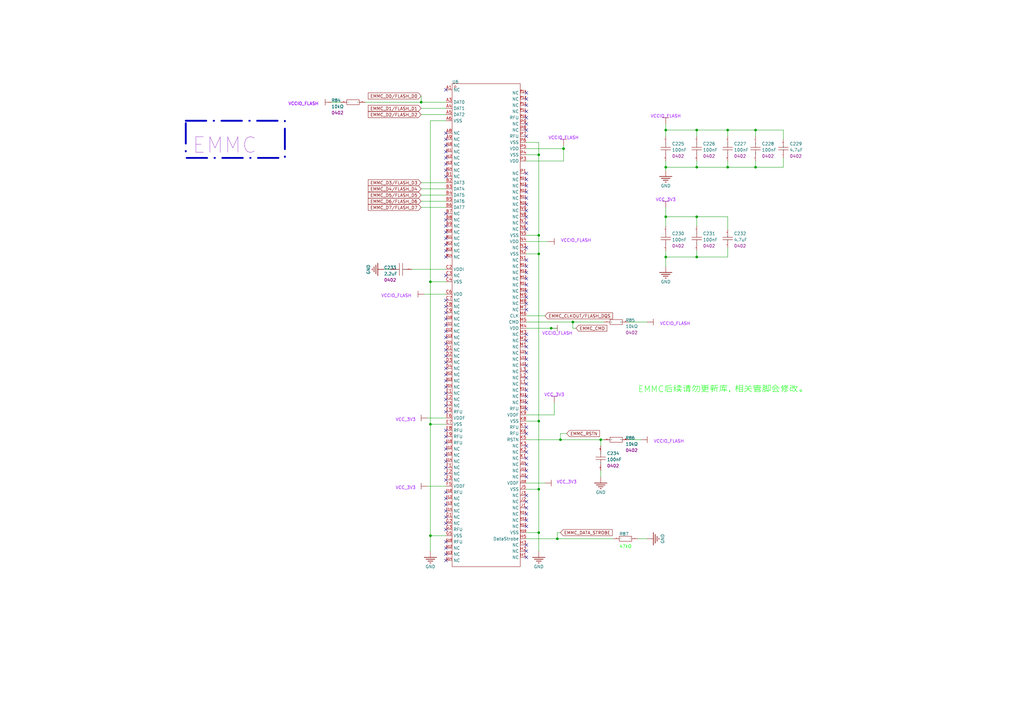
<source format=kicad_sch>
(kicad_sch (version 20250114) (generator "eeschema") (generator_version "9.0")
  (paper "A3")
  (lib_symbols
    (symbol "LCSC Taish-easyedapro:0402WGF4702TCE"
      (property "Reference" "R" (at 0 0 0))
      (symbol "0402WGF4702TCE_1_0"
        (rectangle (start -2.54 -1.016) (end 2.54 1.016))
        (pin input line (at -5.08 0 0) (length 2.54) (name "1") (number "1"))
        (pin input line (at 5.08 0 180) (length 2.54) (name "2") (number "2"))
      )
    )
    (symbol "LCSC Taish-easyedapro:CL03A104KO3NNNC"
      (property "Reference" "C" (at 0 0 0))
      (symbol "CL03A104KO3NNNC_1_0"
        (polyline (pts (xy -2.032 0.508) (xy 2.032 0.508)))
        (polyline (pts (xy 0 2.54) (xy 0 0.508)))
        (polyline (pts (xy 0 -0.508) (xy 0 -2.54)))
        (polyline (pts (xy 2.032 -0.508) (xy -2.032 -0.508)))
        (pin input line (at 0 5.08 270) (length 2.54) (name "2") (number "2"))
        (pin input line (at 0 -5.08 90) (length 2.54) (name "1") (number "1"))
      )
    )
    (symbol "LCSC Taish-easyedapro:CL05A225MQ5NSNC"
      (property "Reference" "C" (at 0 0 0))
      (symbol "CL05A225MQ5NSNC_1_0"
        (polyline (pts (xy -1.27 0) (xy -2.54 0)))
        (polyline (pts (xy -1.27 -2.54) (xy -1.27 2.54)))
        (polyline (pts (xy 0 2.54) (xy 0 -2.54)))
        (polyline (pts (xy 0 0) (xy 1.27 0)))
        (pin input line (at -5.08 0 0) (length 2.54) (name "1") (number "1"))
        (pin input line (at 3.81 0 180) (length 2.54) (name "2") (number "2"))
      )
    )
    (symbol "LCSC Taish-easyedapro:CL10A475KO8NNNC"
      (property "Reference" "C" (at 0 0 0))
      (symbol "CL10A475KO8NNNC_1_0"
        (polyline (pts (xy -1.27 0) (xy -0.508 0)))
        (polyline (pts (xy -0.508 2.032) (xy -0.508 -2.032)))
        (polyline (pts (xy 0.508 2.032) (xy 0.508 -2.032)))
        (polyline (pts (xy 0.508 0) (xy 1.27 0)))
        (pin input line (at -3.81 0 0) (length 2.54) (name "1") (number "1"))
        (pin input line (at 3.81 0 180) (length 2.54) (name "2") (number "2"))
      )
    )
    (symbol "LCSC Taish-easyedapro:CRCW040210K0FKED"
      (property "Reference" "R" (at 0 0 0))
      (symbol "CRCW040210K0FKED_1_0"
        (rectangle (start -2.54 -1.016) (end 2.54 1.016))
        (pin input line (at -5.08 0 0) (length 2.54) (name "1") (number "1"))
        (pin input line (at 5.08 0 180) (length 2.54) (name "2") (number "2"))
      )
    )
    (symbol "LCSC Taish-easyedapro:Ground-GND" (power) (pin_numbers (hide yes)) (pin_names (hide yes))
      (symbol "Ground-GND_1_0"
        (polyline (pts (xy -2.54 -2.54) (xy 2.54 -2.54)) (stroke (width 0.254)))
        (polyline (pts (xy -1.778 -3.302) (xy 1.778 -3.302)) (stroke (width 0.254)))
        (polyline (pts (xy -1.016 -4.064) (xy 1.016 -4.064)) (stroke (width 0.254)))
        (polyline (pts (xy -0.254 -4.826) (xy 0.254 -4.826)) (stroke (width 0.254)))
        (pin power_in line (at 0 0 270) (length 2.54) (name "GND") (number "1"))
      )
    )
    (symbol "LCSC Taish-easyedapro:KLMAG1JETD-B041"
      (symbol "KLMAG1JETD-B041_1_0"
        (rectangle (start -13.97 -99.06) (end 13.97 99.06))
        (circle (center -12.7 97.79) (radius 0.381))
        (pin input line (at -16.51 96.52 0) (length 2.54) (name "NC") (number "A1"))
        (pin input line (at -16.51 91.44 0) (length 2.54) (name "DAT0") (number "A3"))
        (pin input line (at -16.51 88.9 0) (length 2.54) (name "DAT1") (number "A4"))
        (pin input line (at -16.51 86.36 0) (length 2.54) (name "DAT2") (number "A5"))
        (pin input line (at -16.51 83.82 0) (length 2.54) (name "VSS") (number "A6"))
        (pin input line (at -16.51 78.74 0) (length 2.54) (name "NC") (number "A8"))
        (pin input line (at -16.51 76.2 0) (length 2.54) (name "NC") (number "A9"))
        (pin input line (at -16.51 73.66 0) (length 2.54) (name "NC") (number "A10"))
        (pin input line (at -16.51 71.12 0) (length 2.54) (name "NC") (number "A11"))
        (pin input line (at -16.51 68.58 0) (length 2.54) (name "NC") (number "A12"))
        (pin input line (at -16.51 66.04 0) (length 2.54) (name "NC") (number "A13"))
        (pin input line (at -16.51 63.5 0) (length 2.54) (name "NC") (number "A14"))
        (pin input line (at -16.51 60.96 0) (length 2.54) (name "NC") (number "B1"))
        (pin input line (at -16.51 58.42 0) (length 2.54) (name "DAT3") (number "B2"))
        (pin input line (at -16.51 55.88 0) (length 2.54) (name "DAT4") (number "B3"))
        (pin input line (at -16.51 53.34 0) (length 2.54) (name "DAT5") (number "B4"))
        (pin input line (at -16.51 50.8 0) (length 2.54) (name "DAT6") (number "B5"))
        (pin input line (at -16.51 48.26 0) (length 2.54) (name "DAT7") (number "B6"))
        (pin input line (at -16.51 45.72 0) (length 2.54) (name "NC") (number "B7"))
        (pin input line (at -16.51 43.18 0) (length 2.54) (name "NC") (number "B8"))
        (pin input line (at -16.51 40.64 0) (length 2.54) (name "NC") (number "B9"))
        (pin input line (at -16.51 38.1 0) (length 2.54) (name "NC") (number "B10"))
        (pin input line (at -16.51 35.56 0) (length 2.54) (name "NC") (number "B11"))
        (pin input line (at -16.51 33.02 0) (length 2.54) (name "NC") (number "B12"))
        (pin input line (at -16.51 30.48 0) (length 2.54) (name "NC") (number "B13"))
        (pin input line (at -16.51 27.94 0) (length 2.54) (name "NC") (number "B14"))
        (pin input line (at -16.51 22.86 0) (length 2.54) (name "VDDI") (number "C2"))
        (pin input line (at -16.51 20.32 0) (length 2.54) (name "NC") (number "C3"))
        (pin input line (at -16.51 17.78 0) (length 2.54) (name "VSS") (number "C4"))
        (pin input line (at -16.51 12.7 0) (length 2.54) (name "VDD") (number "C6"))
        (pin input line (at -16.51 10.16 0) (length 2.54) (name "NC") (number "C7"))
        (pin input line (at -16.51 7.62 0) (length 2.54) (name "NC") (number "C8"))
        (pin input line (at -16.51 5.08 0) (length 2.54) (name "NC") (number "C9"))
        (pin input line (at -16.51 2.54 0) (length 2.54) (name "NC") (number "C10"))
        (pin input line (at -16.51 0 0) (length 2.54) (name "NC") (number "C11"))
        (pin input line (at -16.51 -2.54 0) (length 2.54) (name "NC") (number "C12"))
        (pin input line (at -16.51 -5.08 0) (length 2.54) (name "NC") (number "C13"))
        (pin input line (at -16.51 -7.62 0) (length 2.54) (name "NC") (number "C14"))
        (pin input line (at -16.51 -10.16 0) (length 2.54) (name "NC") (number "D1"))
        (pin input line (at -16.51 -12.7 0) (length 2.54) (name "NC") (number "D2"))
        (pin input line (at -16.51 -15.24 0) (length 2.54) (name "NC") (number "D3"))
        (pin input line (at -16.51 -17.78 0) (length 2.54) (name "NC") (number "D4"))
        (pin input line (at -16.51 -20.32 0) (length 2.54) (name "NC") (number "D12"))
        (pin input line (at -16.51 -22.86 0) (length 2.54) (name "NC") (number "D13"))
        (pin input line (at -16.51 -25.4 0) (length 2.54) (name "NC") (number "D14"))
        (pin input line (at -16.51 -27.94 0) (length 2.54) (name "NC") (number "E1"))
        (pin input line (at -16.51 -30.48 0) (length 2.54) (name "NC") (number "E2"))
        (pin input line (at -16.51 -33.02 0) (length 2.54) (name "NC") (number "E3"))
        (pin input line (at -16.51 -35.56 0) (length 2.54) (name "RFU") (number "E5"))
        (pin input line (at -16.51 -38.1 0) (length 2.54) (name "VDDF") (number "E6"))
        (pin input line (at -16.51 -40.64 0) (length 2.54) (name "VSS") (number "E7"))
        (pin input line (at -16.51 -43.18 0) (length 2.54) (name "RFU") (number "E8"))
        (pin input line (at -16.51 -45.72 0) (length 2.54) (name "RFU") (number "E9"))
        (pin input line (at -16.51 -48.26 0) (length 2.54) (name "RFU") (number "E10"))
        (pin input line (at -16.51 -50.8 0) (length 2.54) (name "NC") (number "E12"))
        (pin input line (at -16.51 -53.34 0) (length 2.54) (name "NC") (number "E13"))
        (pin input line (at -16.51 -55.88 0) (length 2.54) (name "NC") (number "E14"))
        (pin input line (at -16.51 -58.42 0) (length 2.54) (name "NC") (number "F1"))
        (pin input line (at -16.51 -60.96 0) (length 2.54) (name "NC") (number "F2"))
        (pin input line (at -16.51 -63.5 0) (length 2.54) (name "NC") (number "F3"))
        (pin input line (at -16.51 -66.04 0) (length 2.54) (name "VDDF") (number "F5"))
        (pin input line (at -16.51 -68.58 0) (length 2.54) (name "RFU") (number "F10"))
        (pin input line (at -16.51 -71.12 0) (length 2.54) (name "NC") (number "F12"))
        (pin input line (at -16.51 -73.66 0) (length 2.54) (name "NC") (number "F13"))
        (pin input line (at -16.51 -76.2 0) (length 2.54) (name "NC") (number "F14"))
        (pin input line (at -16.51 -78.74 0) (length 2.54) (name "NC") (number "G1"))
        (pin input line (at -16.51 -81.28 0) (length 2.54) (name "NC") (number "G2"))
        (pin input line (at -16.51 -83.82 0) (length 2.54) (name "RFU") (number "G3"))
        (pin input line (at -16.51 -86.36 0) (length 2.54) (name "VSS") (number "G5"))
        (pin input line (at -16.51 -88.9 0) (length 2.54) (name "RFU") (number "G10"))
        (pin input line (at -16.51 -91.44 0) (length 2.54) (name "NC") (number "G12"))
        (pin input line (at -16.51 -93.98 0) (length 2.54) (name "NC") (number "G13"))
        (pin input line (at -16.51 -96.52 0) (length 2.54) (name "NC") (number "G14"))
        (pin input line (at 16.51 95.25 180) (length 2.54) (name "NC") (number "P14"))
        (pin input line (at 16.51 92.71 180) (length 2.54) (name "NC") (number "P13"))
        (pin input line (at 16.51 90.17 180) (length 2.54) (name "NC") (number "P12"))
        (pin input line (at 16.51 87.63 180) (length 2.54) (name "NC") (number "P11"))
        (pin input line (at 16.51 85.09 180) (length 2.54) (name "RFU") (number "P10"))
        (pin input line (at 16.51 82.55 180) (length 2.54) (name "NC") (number "P9"))
        (pin input line (at 16.51 80.01 180) (length 2.54) (name "NC") (number "P8"))
        (pin input line (at 16.51 77.47 180) (length 2.54) (name "RFU") (number "P7"))
        (pin input line (at 16.51 74.93 180) (length 2.54) (name "VSS") (number "P6"))
        (pin input line (at 16.51 72.39 180) (length 2.54) (name "VDD") (number "P5"))
        (pin input line (at 16.51 69.85 180) (length 2.54) (name "VSS") (number "P4"))
        (pin input line (at 16.51 67.31 180) (length 2.54) (name "VDD") (number "P3"))
        (pin input line (at 16.51 62.23 180) (length 2.54) (name "NC") (number "P1"))
        (pin input line (at 16.51 59.69 180) (length 2.54) (name "NC") (number "N14"))
        (pin input line (at 16.51 57.15 180) (length 2.54) (name "NC") (number "N13"))
        (pin input line (at 16.51 54.61 180) (length 2.54) (name "NC") (number "N12"))
        (pin input line (at 16.51 52.07 180) (length 2.54) (name "NC") (number "N11"))
        (pin input line (at 16.51 49.53 180) (length 2.54) (name "NC") (number "N10"))
        (pin input line (at 16.51 46.99 180) (length 2.54) (name "NC") (number "N9"))
        (pin input line (at 16.51 44.45 180) (length 2.54) (name "NC") (number "N8"))
        (pin input line (at 16.51 41.91 180) (length 2.54) (name "NC") (number "N7"))
        (pin input line (at 16.51 39.37 180) (length 2.54) (name "NC") (number "N6"))
        (pin input line (at 16.51 36.83 180) (length 2.54) (name "VSS") (number "N5"))
        (pin input line (at 16.51 34.29 180) (length 2.54) (name "VDD") (number "N4"))
        (pin input line (at 16.51 31.75 180) (length 2.54) (name "NC") (number "N3"))
        (pin input line (at 16.51 29.21 180) (length 2.54) (name "VSS") (number "N2"))
        (pin input line (at 16.51 26.67 180) (length 2.54) (name "NC") (number "N1"))
        (pin input line (at 16.51 24.13 180) (length 2.54) (name "NC") (number "M14"))
        (pin input line (at 16.51 21.59 180) (length 2.54) (name "NC") (number "M13"))
        (pin input line (at 16.51 19.05 180) (length 2.54) (name "NC") (number "M12"))
        (pin input line (at 16.51 16.51 180) (length 2.54) (name "NC") (number "M11"))
        (pin input line (at 16.51 13.97 180) (length 2.54) (name "NC") (number "M10"))
        (pin input line (at 16.51 11.43 180) (length 2.54) (name "NC") (number "M9"))
        (pin input line (at 16.51 8.89 180) (length 2.54) (name "NC") (number "M8"))
        (pin input line (at 16.51 6.35 180) (length 2.54) (name "NC") (number "M7"))
        (pin input line (at 16.51 3.81 180) (length 2.54) (name "CLK") (number "M6"))
        (pin input line (at 16.51 1.27 180) (length 2.54) (name "CMD") (number "M5"))
        (pin input line (at 16.51 -1.27 180) (length 2.54) (name "VDD") (number "M4"))
        (pin input line (at 16.51 -3.81 180) (length 2.54) (name "NC") (number "M3"))
        (pin input line (at 16.51 -6.35 180) (length 2.54) (name "NC") (number "M2"))
        (pin input line (at 16.51 -8.89 180) (length 2.54) (name "NC") (number "M1"))
        (pin input line (at 16.51 -11.43 180) (length 2.54) (name "NC") (number "L14"))
        (pin input line (at 16.51 -13.97 180) (length 2.54) (name "NC") (number "L13"))
        (pin input line (at 16.51 -16.51 180) (length 2.54) (name "NC") (number "L12"))
        (pin input line (at 16.51 -19.05 180) (length 2.54) (name "NC") (number "L3"))
        (pin input line (at 16.51 -21.59 180) (length 2.54) (name "NC") (number "L2"))
        (pin input line (at 16.51 -24.13 180) (length 2.54) (name "NC") (number "L1"))
        (pin input line (at 16.51 -26.67 180) (length 2.54) (name "NC") (number "K14"))
        (pin input line (at 16.51 -29.21 180) (length 2.54) (name "NC") (number "K13"))
        (pin input line (at 16.51 -31.75 180) (length 2.54) (name "NC") (number "K12"))
        (pin input line (at 16.51 -34.29 180) (length 2.54) (name "RFU") (number "K10"))
        (pin input line (at 16.51 -36.83 180) (length 2.54) (name "VDDF") (number "K9"))
        (pin input line (at 16.51 -39.37 180) (length 2.54) (name "VSS") (number "K8"))
        (pin input line (at 16.51 -41.91 180) (length 2.54) (name "RFU") (number "K7"))
        (pin input line (at 16.51 -44.45 180) (length 2.54) (name "RFU") (number "K6"))
        (pin input line (at 16.51 -46.99 180) (length 2.54) (name "RSTN") (number "K5"))
        (pin input line (at 16.51 -49.53 180) (length 2.54) (name "NC") (number "K3"))
        (pin input line (at 16.51 -52.07 180) (length 2.54) (name "NC") (number "K2"))
        (pin input line (at 16.51 -54.61 180) (length 2.54) (name "NC") (number "K1"))
        (pin input line (at 16.51 -57.15 180) (length 2.54) (name "NC") (number "J14"))
        (pin input line (at 16.51 -59.69 180) (length 2.54) (name "NC") (number "J13"))
        (pin input line (at 16.51 -62.23 180) (length 2.54) (name "NC") (number "J12"))
        (pin input line (at 16.51 -64.77 180) (length 2.54) (name "VDDF") (number "J10"))
        (pin input line (at 16.51 -67.31 180) (length 2.54) (name "VSS") (number "J5"))
        (pin input line (at 16.51 -69.85 180) (length 2.54) (name "NC") (number "J3"))
        (pin input line (at 16.51 -72.39 180) (length 2.54) (name "NC") (number "J2"))
        (pin input line (at 16.51 -74.93 180) (length 2.54) (name "NC") (number "J1"))
        (pin input line (at 16.51 -77.47 180) (length 2.54) (name "NC") (number "H14"))
        (pin input line (at 16.51 -80.01 180) (length 2.54) (name "NC") (number "H13"))
        (pin input line (at 16.51 -82.55 180) (length 2.54) (name "NC") (number "H12"))
        (pin input line (at 16.51 -85.09 180) (length 2.54) (name "VSS") (number "H10"))
        (pin input line (at 16.51 -87.63 180) (length 2.54) (name "DataStrobe") (number "H5"))
        (pin input line (at 16.51 -90.17 180) (length 2.54) (name "NC") (number "H3"))
        (pin input line (at 16.51 -92.71 180) (length 2.54) (name "NC") (number "H2"))
        (pin input line (at 16.51 -95.25 180) (length 2.54) (name "NC") (number "H1"))
      )
    )
    (symbol "LCSC Taish-easyedapro:Power-VCC" (power) (pin_numbers (hide yes)) (pin_names (hide yes))
      (symbol "Power-VCC_1_0"
        (polyline (pts (xy -1.27 2.54) (xy 1.27 2.54)))
        (polyline (pts (xy 0 2.54) (xy 0 1.27)))
        (pin power_in line (at 0 0 90) (length 1.27) (name "VCCIO_FLASH") (number "1"))
      )
    )
  )
  (rectangle (start 76.2 49.53) (end 116.84 64.77) (stroke (width 0.762) (type dash_dot)))
  (text "EMMC后续请勿更新库，相关管脚会修改。" (at 261.62 161.29 0) (effects (font (size 2.54 2.54)) (justify left bottom)))
  (text "EMMC" (at 78.74 63.5 0) (effects (font (size 6.35 6.35)) (justify left bottom)))
  (junction (at 220.98 200.66))
  (junction (at 176.53 115.57))
  (junction (at 285.75 53.34))
  (junction (at 172.72 41.91))
  (junction (at 226.06 134.62))
  (junction (at 298.45 68.58))
  (junction (at 246.38 180.34))
  (junction (at 298.45 53.34))
  (junction (at 220.98 63.5))
  (junction (at 285.75 88.9))
  (junction (at 229.87 180.34))
  (junction (at 273.05 53.34))
  (junction (at 220.98 104.14))
  (junction (at 176.53 219.71))
  (junction (at 228.6 220.98))
  (junction (at 309.88 53.34))
  (junction (at 309.88 68.58))
  (junction (at 176.53 173.99))
  (junction (at 273.05 105.41))
  (junction (at 234.95 132.08))
  (junction (at 220.98 218.44))
  (junction (at 285.75 68.58))
  (junction (at 273.05 88.9))
  (junction (at 220.98 172.72))
  (junction (at 231.14 60.96))
  (junction (at 220.98 96.52))
  (junction (at 273.05 68.58))
  (junction (at 285.75 105.41))
  (no_connect (at 182.88 102.87))
  (no_connect (at 182.88 229.87))
  (no_connect (at 215.9 116.84))
  (no_connect (at 215.9 91.44))
  (no_connect (at 215.9 213.36))
  (no_connect (at 215.9 187.96))
  (no_connect (at 215.9 193.04))
  (no_connect (at 182.88 90.17))
  (no_connect (at 182.88 69.85))
  (no_connect (at 182.88 214.63))
  (no_connect (at 182.88 212.09))
  (no_connect (at 215.9 185.42))
  (no_connect (at 182.88 156.21))
  (no_connect (at 215.9 139.7))
  (no_connect (at 182.88 92.71))
  (no_connect (at 215.9 144.78))
  (no_connect (at 182.88 204.47))
  (no_connect (at 182.88 148.59))
  (no_connect (at 215.9 195.58))
  (no_connect (at 182.88 72.39))
  (no_connect (at 182.88 128.27))
  (no_connect (at 182.88 176.53))
  (no_connect (at 182.88 201.93))
  (no_connect (at 215.9 167.64))
  (no_connect (at 182.88 57.15))
  (no_connect (at 182.88 161.29))
  (no_connect (at 215.9 111.76))
  (no_connect (at 182.88 166.37))
  (no_connect (at 215.9 215.9))
  (no_connect (at 215.9 71.12))
  (no_connect (at 182.88 67.31))
  (no_connect (at 215.9 83.82))
  (no_connect (at 215.9 106.68))
  (no_connect (at 182.88 105.41))
  (no_connect (at 182.88 179.07))
  (no_connect (at 182.88 59.69))
  (no_connect (at 182.88 207.01))
  (no_connect (at 215.9 154.94))
  (no_connect (at 182.88 87.63))
  (no_connect (at 182.88 140.97))
  (no_connect (at 182.88 64.77))
  (no_connect (at 215.9 121.92))
  (no_connect (at 182.88 54.61))
  (no_connect (at 215.9 48.26))
  (no_connect (at 215.9 73.66))
  (no_connect (at 182.88 163.83))
  (no_connect (at 215.9 45.72))
  (no_connect (at 215.9 228.6))
  (no_connect (at 182.88 209.55))
  (no_connect (at 215.9 142.24))
  (no_connect (at 182.88 113.03))
  (no_connect (at 182.88 189.23))
  (no_connect (at 215.9 190.5))
  (no_connect (at 215.9 78.74))
  (no_connect (at 182.88 191.77))
  (no_connect (at 215.9 127))
  (no_connect (at 182.88 123.19))
  (no_connect (at 215.9 88.9))
  (no_connect (at 215.9 81.28))
  (no_connect (at 215.9 93.98))
  (no_connect (at 182.88 217.17))
  (no_connect (at 215.9 50.8))
  (no_connect (at 182.88 224.79))
  (no_connect (at 215.9 119.38))
  (no_connect (at 215.9 157.48))
  (no_connect (at 215.9 165.1))
  (no_connect (at 182.88 227.33))
  (no_connect (at 182.88 125.73))
  (no_connect (at 215.9 43.18))
  (no_connect (at 215.9 223.52))
  (no_connect (at 215.9 182.88))
  (no_connect (at 215.9 55.88))
  (no_connect (at 215.9 86.36))
  (no_connect (at 215.9 177.8))
  (no_connect (at 215.9 203.2))
  (no_connect (at 215.9 40.64))
  (no_connect (at 215.9 210.82))
  (no_connect (at 215.9 38.1))
  (no_connect (at 182.88 196.85))
  (no_connect (at 215.9 124.46))
  (no_connect (at 182.88 158.75))
  (no_connect (at 182.88 194.31))
  (no_connect (at 182.88 153.67))
  (no_connect (at 215.9 175.26))
  (no_connect (at 182.88 133.35))
  (no_connect (at 215.9 152.4))
  (no_connect (at 182.88 146.05))
  (no_connect (at 215.9 53.34))
  (no_connect (at 215.9 147.32))
  (no_connect (at 215.9 101.6))
  (no_connect (at 215.9 114.3))
  (no_connect (at 182.88 184.15))
  (no_connect (at 182.88 151.13))
  (no_connect (at 182.88 62.23))
  (no_connect (at 215.9 208.28))
  (no_connect (at 215.9 162.56))
  (no_connect (at 215.9 226.06))
  (no_connect (at 182.88 36.83))
  (no_connect (at 182.88 181.61))
  (no_connect (at 182.88 100.33))
  (no_connect (at 215.9 76.2))
  (no_connect (at 182.88 97.79))
  (no_connect (at 215.9 160.02))
  (no_connect (at 182.88 143.51))
  (no_connect (at 215.9 205.74))
  (no_connect (at 182.88 130.81))
  (no_connect (at 215.9 109.22))
  (no_connect (at 182.88 135.89))
  (no_connect (at 182.88 95.25))
  (no_connect (at 215.9 137.16))
  (no_connect (at 182.88 186.69))
  (no_connect (at 182.88 222.25))
  (no_connect (at 182.88 138.43))
  (no_connect (at 182.88 168.91))
  (no_connect (at 215.9 149.86))
  (wire (pts (xy 149.86 41.91) (xy 172.72 41.91)))
  (wire (pts (xy 182.88 110.49) (xy 168.91 110.49)))
  (wire (pts (xy 220.98 218.44) (xy 220.98 226.06)))
  (wire (pts (xy 220.98 104.14) (xy 220.98 96.52)))
  (wire (pts (xy 229.87 180.34) (xy 246.38 180.34)))
  (wire (pts (xy 285.75 88.9) (xy 298.45 88.9)))
  (wire (pts (xy 273.05 53.34) (xy 285.75 53.34)))
  (wire (pts (xy 176.53 115.57) (xy 182.88 115.57)))
  (wire (pts (xy 262.89 180.34) (xy 257.81 180.34)))
  (wire (pts (xy 220.98 96.52) (xy 220.98 63.5)))
  (wire (pts (xy 232.41 177.8) (xy 229.87 177.8)))
  (wire (pts (xy 215.9 218.44) (xy 220.98 218.44)))
  (wire (pts (xy 273.05 69.85) (xy 273.05 68.58)))
  (wire (pts (xy 234.95 134.62) (xy 234.95 132.08)))
  (wire (pts (xy 285.75 105.41) (xy 285.75 102.87)))
  (wire (pts (xy 285.75 92.71) (xy 285.75 88.9)))
  (wire (pts (xy 182.88 85.09) (xy 172.72 85.09)))
  (wire (pts (xy 298.45 53.34) (xy 285.75 53.34)))
  (wire (pts (xy 220.98 104.14) (xy 215.9 104.14)))
  (wire (pts (xy 285.75 105.41) (xy 273.05 105.41)))
  (wire (pts (xy 236.22 134.62) (xy 234.95 134.62)))
  (wire (pts (xy 220.98 96.52) (xy 215.9 96.52)))
  (wire (pts (xy 227.33 170.18) (xy 227.33 165.1)))
  (wire (pts (xy 309.88 68.58) (xy 298.45 68.58)))
  (wire (pts (xy 182.88 44.45) (xy 172.72 44.45)))
  (wire (pts (xy 176.53 173.99) (xy 176.53 115.57)))
  (wire (pts (xy 176.53 226.06) (xy 176.53 219.71)))
  (wire (pts (xy 229.87 218.44) (xy 228.6 218.44)))
  (wire (pts (xy 273.05 53.34) (xy 273.05 50.8)))
  (wire (pts (xy 273.05 109.22) (xy 273.05 105.41)))
  (wire (pts (xy 172.72 39.37) (xy 172.72 41.91)))
  (wire (pts (xy 176.53 219.71) (xy 176.53 173.99)))
  (wire (pts (xy 220.98 172.72) (xy 215.9 172.72)))
  (wire (pts (xy 309.88 53.34) (xy 309.88 55.88)))
  (wire (pts (xy 246.38 193.04) (xy 246.38 195.58)))
  (wire (pts (xy 160.02 110.49) (xy 157.48 110.49)))
  (wire (pts (xy 215.9 220.98) (xy 228.6 220.98)))
  (wire (pts (xy 321.31 68.58) (xy 309.88 68.58)))
  (wire (pts (xy 309.88 68.58) (xy 309.88 66.04)))
  (wire (pts (xy 246.38 180.34) (xy 246.38 182.88)))
  (wire (pts (xy 298.45 53.34) (xy 298.45 55.88)))
  (wire (pts (xy 215.9 60.96) (xy 231.14 60.96)))
  (wire (pts (xy 231.14 59.69) (xy 231.14 60.96)))
  (wire (pts (xy 226.06 134.62) (xy 215.9 134.62)))
  (wire (pts (xy 220.98 63.5) (xy 215.9 63.5)))
  (wire (pts (xy 273.05 88.9) (xy 273.05 85.09)))
  (wire (pts (xy 234.95 132.08) (xy 247.65 132.08)))
  (wire (pts (xy 309.88 53.34) (xy 298.45 53.34)))
  (wire (pts (xy 220.98 200.66) (xy 215.9 200.66)))
  (wire (pts (xy 298.45 68.58) (xy 298.45 66.04)))
  (wire (pts (xy 228.6 134.62) (xy 226.06 134.62)))
  (wire (pts (xy 215.9 132.08) (xy 234.95 132.08)))
  (wire (pts (xy 182.88 171.45) (xy 175.26 171.45)))
  (wire (pts (xy 215.9 99.06) (xy 224.79 99.06)))
  (wire (pts (xy 220.98 63.5) (xy 220.98 58.42)))
  (wire (pts (xy 273.05 68.58) (xy 273.05 66.04)))
  (wire (pts (xy 215.9 66.04) (xy 231.14 66.04)))
  (wire (pts (xy 220.98 172.72) (xy 220.98 104.14)))
  (wire (pts (xy 298.45 93.98) (xy 298.45 88.9)))
  (wire (pts (xy 231.14 66.04) (xy 231.14 60.96)))
  (wire (pts (xy 321.31 64.77) (xy 321.31 68.58)))
  (wire (pts (xy 273.05 92.71) (xy 273.05 88.9)))
  (wire (pts (xy 176.53 173.99) (xy 182.88 173.99)))
  (wire (pts (xy 172.72 41.91) (xy 182.88 41.91)))
  (wire (pts (xy 273.05 88.9) (xy 285.75 88.9)))
  (wire (pts (xy 182.88 80.01) (xy 172.72 80.01)))
  (wire (pts (xy 215.9 198.12) (xy 223.52 198.12)))
  (wire (pts (xy 182.88 120.65) (xy 173.99 120.65)))
  (wire (pts (xy 220.98 200.66) (xy 220.98 218.44)))
  (wire (pts (xy 285.75 68.58) (xy 285.75 66.04)))
  (wire (pts (xy 285.75 55.88) (xy 285.75 53.34)))
  (wire (pts (xy 227.33 170.18) (xy 215.9 170.18)))
  (wire (pts (xy 182.88 199.39) (xy 175.26 199.39)))
  (wire (pts (xy 273.05 105.41) (xy 273.05 102.87)))
  (wire (pts (xy 135.89 41.91) (xy 139.7 41.91)))
  (wire (pts (xy 176.53 115.57) (xy 176.53 49.53)))
  (wire (pts (xy 273.05 55.88) (xy 273.05 53.34)))
  (wire (pts (xy 321.31 53.34) (xy 309.88 53.34)))
  (wire (pts (xy 298.45 101.6) (xy 298.45 105.41)))
  (wire (pts (xy 220.98 200.66) (xy 220.98 172.72)))
  (wire (pts (xy 215.9 129.54) (xy 223.52 129.54)))
  (wire (pts (xy 220.98 58.42) (xy 215.9 58.42)))
  (wire (pts (xy 182.88 74.93) (xy 172.72 74.93)))
  (wire (pts (xy 298.45 105.41) (xy 285.75 105.41)))
  (wire (pts (xy 246.38 180.34) (xy 247.65 180.34)))
  (wire (pts (xy 321.31 57.15) (xy 321.31 53.34)))
  (wire (pts (xy 229.87 177.8) (xy 229.87 180.34)))
  (wire (pts (xy 182.88 46.99) (xy 172.72 46.99)))
  (wire (pts (xy 285.75 68.58) (xy 273.05 68.58)))
  (wire (pts (xy 176.53 219.71) (xy 182.88 219.71)))
  (wire (pts (xy 228.6 218.44) (xy 228.6 220.98)))
  (wire (pts (xy 261.62 220.98) (xy 265.43 220.98)))
  (wire (pts (xy 228.6 220.98) (xy 251.46 220.98)))
  (wire (pts (xy 182.88 77.47) (xy 172.72 77.47)))
  (wire (pts (xy 176.53 49.53) (xy 182.88 49.53)))
  (wire (pts (xy 182.88 82.55) (xy 172.72 82.55)))
  (wire (pts (xy 265.43 132.08) (xy 257.81 132.08)))
  (wire (pts (xy 298.45 68.58) (xy 285.75 68.58)))
  (wire (pts (xy 215.9 180.34) (xy 229.87 180.34)))
  (global_label "EMMC_RSTN" (shape input) (at 232.41 177.8 0) (property "Intersheetrefs" "${INTERSHEET_REFS}" (effects (hide yes))))
  (global_label "EMMC_D6{slash}FLASH_D6" (shape input) (at 172.72 82.55 180) (property "Intersheetrefs" "${INTERSHEET_REFS}" (effects (hide yes))))
  (global_label "EMMC_D5{slash}FLASH_D5" (shape input) (at 172.72 80.01 180) (property "Intersheetrefs" "${INTERSHEET_REFS}" (effects (hide yes))))
  (global_label "EMMC_D2{slash}FLASH_D2" (shape input) (at 172.72 46.99 180) (property "Intersheetrefs" "${INTERSHEET_REFS}" (effects (hide yes))))
  (global_label "EMMC_D7{slash}FLASH_D7" (shape input) (at 172.72 85.09 180) (property "Intersheetrefs" "${INTERSHEET_REFS}" (effects (hide yes))))
  (global_label "EMMC_D3{slash}FLASH_D3" (shape input) (at 172.72 74.93 180) (property "Intersheetrefs" "${INTERSHEET_REFS}" (effects (hide yes))))
  (global_label "EMMC_D4{slash}FLASH_D4" (shape input) (at 172.72 77.47 180) (property "Intersheetrefs" "${INTERSHEET_REFS}" (effects (hide yes))))
  (global_label "EMMC_CLKOUT{slash}FLASH_DQS" (shape input) (at 223.52 129.54 0) (property "Intersheetrefs" "${INTERSHEET_REFS}" (effects (hide yes))))
  (global_label "EMMC_CMD" (shape input) (at 236.22 134.62 0) (property "Intersheetrefs" "${INTERSHEET_REFS}" (effects (hide yes))))
  (global_label "EMMC_D1{slash}FLASH_D1" (shape input) (at 172.72 44.45 180) (property "Intersheetrefs" "${INTERSHEET_REFS}" (effects (hide yes))))
  (global_label "EMMC_DATA_STROBE" (shape input) (at 229.87 218.44 0) (property "Intersheetrefs" "${INTERSHEET_REFS}" (effects (hide yes))))
  (global_label "EMMC_D0{slash}FLASH_D0" (shape input) (at 172.72 39.37 180) (property "Intersheetrefs" "${INTERSHEET_REFS}" (effects (hide yes))))
  (symbol (lib_id "LCSC Taish-easyedapro:CL03A104KO3NNNC") (at 298.45 60.96 180) (unit 1)
    (property "Reference" "C227" (at 300.99 59.69 0) (effects (justify right top)))
    (property "Value" "100nF" (at 300.99 62.23 0) (effects (justify right top)))
    (property "Footprint" "LCSC Taish-easyedapro:C0201" (effects (hide yes)))
    (property "Datasheet" "https://atta.szlcsc.com/upload/public/pdf/source/20181009/C307331_222F7C870FD3EA5F46F538B483443886.pdf" (effects (hide yes)))
    (property "Description" "容值:100nF;精度:±10%;额定电压:16V;材质(温度系数):X5R;" (effects (hide yes)))
    (property "Manufacturer Part" "CL05B104KB54PNC" (effects (hide yes)))
    (property "Manufacturer" "SAMSUNG(三星)" (effects (hide yes)))
    (property "Supplier Part" "C307331" (effects (hide yes)))
    (property "Supplier" "LCSC" (effects (hide yes)))
    (property "LCSC Part Name" "100nF ±10% 50V" (effects (hide yes)))
    (property "Supplier Footprint" "0402" (at 300.99 64.77 0) (effects (justify right top)))
  )
  (symbol (lib_id "LCSC Taish-easyedapro:CL03A104KO3NNNC") (at 273.05 60.96 180) (unit 1)
    (property "Reference" "C225" (at 275.59 59.69 0) (effects (justify right top)))
    (property "Value" "100nF" (at 275.59 62.23 0) (effects (justify right top)))
    (property "Footprint" "LCSC Taish-easyedapro:C0201" (effects (hide yes)))
    (property "Datasheet" "https://atta.szlcsc.com/upload/public/pdf/source/20181009/C307331_222F7C870FD3EA5F46F538B483443886.pdf" (effects (hide yes)))
    (property "Description" "容值:100nF;精度:±10%;额定电压:16V;材质(温度系数):X5R;" (effects (hide yes)))
    (property "Manufacturer Part" "CL05B104KB54PNC" (effects (hide yes)))
    (property "Manufacturer" "SAMSUNG(三星)" (effects (hide yes)))
    (property "Supplier Part" "C307331" (effects (hide yes)))
    (property "Supplier" "LCSC" (effects (hide yes)))
    (property "LCSC Part Name" "100nF ±10% 50V" (effects (hide yes)))
    (property "Supplier Footprint" "0402" (at 275.59 64.77 0) (effects (justify right top)))
  )
  (symbol (lib_id "LCSC Taish-easyedapro:Power-VCC") (at 262.89 180.34 270) (unit 1)
    (property "Reference" "#PWR0266" (effects (hide yes)))
    (property "Value" "VCCIO_FLASH" (at 274.32 181.61 90) (effects (justify bottom)))
    (property "Footprint" "LCSC Taish-easyedapro:" (effects (hide yes)))
  )
  (symbol (lib_id "LCSC Taish-easyedapro:Power-VCC") (at 135.89 41.91 90) (unit 1)
    (property "Reference" "#PWR0257" (effects (hide yes)))
    (property "Value" "VCCIO_FLASH" (at 124.46 43.18 90) (effects (justify top)))
    (property "Footprint" "LCSC Taish-easyedapro:" (effects (hide yes)))
  )
  (symbol (lib_id "LCSC Taish-easyedapro:Power-VCC") (at 224.79 99.06 270) (unit 1)
    (property "Reference" "#PWR0262" (effects (hide yes)))
    (property "Value" "VCCIO_FLASH" (at 236.22 97.79 90) (effects (justify top)))
    (property "Footprint" "LCSC Taish-easyedapro:" (effects (hide yes)))
  )
  (symbol (lib_id "LCSC Taish-easyedapro:Power-VCC") (at 175.26 171.45 90) (unit 1)
    (property "Reference" "#PWR0253" (effects (hide yes)))
    (property "Value" "VCC_3V3" (at 166.37 172.72 90) (effects (justify top)))
    (property "Footprint" "LCSC Taish-easyedapro:" (effects (hide yes)))
  )
  (symbol (lib_id "LCSC Taish-easyedapro:Ground-GND") (at 176.53 226.06 0) (unit 1)
    (property "Reference" "#PWR0259" (effects (hide yes)))
    (property "Value" "GND" (at 176.53 232.41 0))
    (property "Footprint" "LCSC Taish-easyedapro:" (effects (hide yes)))
  )
  (symbol (lib_id "LCSC Taish-easyedapro:CL03A104KO3NNNC") (at 285.75 60.96 180) (unit 1)
    (property "Reference" "C226" (at 288.29 59.69 0) (effects (justify right top)))
    (property "Value" "100nF" (at 288.29 62.23 0) (effects (justify right top)))
    (property "Footprint" "LCSC Taish-easyedapro:C0201" (effects (hide yes)))
    (property "Datasheet" "https://atta.szlcsc.com/upload/public/pdf/source/20181009/C307331_222F7C870FD3EA5F46F538B483443886.pdf" (effects (hide yes)))
    (property "Description" "容值:100nF;精度:±10%;额定电压:16V;材质(温度系数):X5R;" (effects (hide yes)))
    (property "Manufacturer Part" "CL05B104KB54PNC" (effects (hide yes)))
    (property "Manufacturer" "SAMSUNG(三星)" (effects (hide yes)))
    (property "Supplier Part" "C307331" (effects (hide yes)))
    (property "Supplier" "LCSC" (effects (hide yes)))
    (property "LCSC Part Name" "100nF ±10% 50V" (effects (hide yes)))
    (property "Supplier Footprint" "0402" (at 288.29 64.77 0) (effects (justify right top)))
  )
  (symbol (lib_id "LCSC Taish-easyedapro:Power-VCC") (at 273.05 85.09 0) (unit 1)
    (property "Reference" "#PWR0264" (effects (hide yes)))
    (property "Value" "VCC_3V3" (at 273.05 82.55 0) (effects (justify bottom)))
    (property "Footprint" "LCSC Taish-easyedapro:" (effects (hide yes)))
  )
  (symbol (lib_id "LCSC Taish-easyedapro:Power-VCC") (at 175.26 199.39 90) (unit 1)
    (property "Reference" "#PWR0254" (effects (hide yes)))
    (property "Value" "VCC_3V3" (at 166.37 200.66 90) (effects (justify top)))
    (property "Footprint" "LCSC Taish-easyedapro:" (effects (hide yes)))
  )
  (symbol (lib_id "LCSC Taish-easyedapro:Power-VCC") (at 223.52 198.12 270) (unit 1)
    (property "Reference" "#PWR0265" (effects (hide yes)))
    (property "Value" "VCC_3V3" (at 232.41 196.85 90) (effects (justify top)))
    (property "Footprint" "LCSC Taish-easyedapro:" (effects (hide yes)))
  )
  (symbol (lib_id "LCSC Taish-easyedapro:Power-VCC") (at 265.43 132.08 270) (unit 1)
    (property "Reference" "#PWR0267" (effects (hide yes)))
    (property "Value" "VCCIO_FLASH" (at 276.86 133.35 90) (effects (justify bottom)))
    (property "Footprint" "LCSC Taish-easyedapro:" (effects (hide yes)))
  )
  (symbol (lib_id "LCSC Taish-easyedapro:Power-VCC") (at 227.33 165.1 0) (unit 1)
    (property "Reference" "#PWR0270" (effects (hide yes)))
    (property "Value" "VCC_3V3" (at 227.33 162.56 0) (effects (justify bottom)))
    (property "Footprint" "LCSC Taish-easyedapro:" (effects (hide yes)))
  )
  (symbol (lib_id "LCSC Taish-easyedapro:Power-VCC") (at 231.14 59.69 0) (unit 1)
    (property "Reference" "#PWR0261" (effects (hide yes)))
    (property "Value" "VCCIO_FLASH" (at 231.14 57.15 0) (effects (justify bottom)))
    (property "Footprint" "LCSC Taish-easyedapro:" (effects (hide yes)))
  )
  (symbol (lib_id "LCSC Taish-easyedapro:CL03A104KO3NNNC") (at 309.88 60.96 180) (unit 1)
    (property "Reference" "C228" (at 312.42 59.69 0) (effects (justify right top)))
    (property "Value" "100nF" (at 312.42 62.23 0) (effects (justify right top)))
    (property "Footprint" "LCSC Taish-easyedapro:C0201" (effects (hide yes)))
    (property "Datasheet" "https://atta.szlcsc.com/upload/public/pdf/source/20181009/C307331_222F7C870FD3EA5F46F538B483443886.pdf" (effects (hide yes)))
    (property "Description" "容值:100nF;精度:±10%;额定电压:16V;材质(温度系数):X5R;" (effects (hide yes)))
    (property "Manufacturer Part" "CL05B104KB54PNC" (effects (hide yes)))
    (property "Manufacturer" "SAMSUNG(三星)" (effects (hide yes)))
    (property "Supplier Part" "C307331" (effects (hide yes)))
    (property "Supplier" "LCSC" (effects (hide yes)))
    (property "LCSC Part Name" "100nF ±10% 50V" (effects (hide yes)))
    (property "Supplier Footprint" "0402" (at 312.42 64.77 0) (effects (justify right top)))
  )
  (symbol (lib_id "LCSC Taish-easyedapro:Ground-GND") (at 246.38 195.58 0) (unit 1)
    (property "Reference" "#PWR0269" (effects (hide yes)))
    (property "Value" "GND" (at 246.38 201.93 0))
    (property "Footprint" "LCSC Taish-easyedapro:" (effects (hide yes)))
  )
  (symbol (lib_id "LCSC Taish-easyedapro:Power-VCC") (at 273.05 50.8 0) (unit 1)
    (property "Reference" "#PWR0258" (effects (hide yes)))
    (property "Value" "VCCIO_FLASH" (at 273.05 48.26 0) (effects (justify bottom)))
    (property "Footprint" "LCSC Taish-easyedapro:" (effects (hide yes)))
  )
  (symbol (lib_id "LCSC Taish-easyedapro:CL03A104KO3NNNC") (at 285.75 97.79 180) (unit 1)
    (property "Reference" "C231" (at 288.29 96.52 0) (effects (justify right top)))
    (property "Value" "100nF" (at 288.29 99.06 0) (effects (justify right top)))
    (property "Footprint" "LCSC Taish-easyedapro:C0201" (effects (hide yes)))
    (property "Datasheet" "https://atta.szlcsc.com/upload/public/pdf/source/20181009/C307331_222F7C870FD3EA5F46F538B483443886.pdf" (effects (hide yes)))
    (property "Description" "容值:100nF;精度:±10%;额定电压:16V;材质(温度系数):X5R;" (effects (hide yes)))
    (property "Manufacturer Part" "CL05B104KB54PNC" (effects (hide yes)))
    (property "Manufacturer" "SAMSUNG(三星)" (effects (hide yes)))
    (property "Supplier Part" "C307331" (effects (hide yes)))
    (property "Supplier" "LCSC" (effects (hide yes)))
    (property "LCSC Part Name" "100nF ±10% 50V" (effects (hide yes)))
    (property "Supplier Footprint" "0402" (at 288.29 101.6 0) (effects (justify right top)))
  )
  (symbol (lib_id "LCSC Taish-easyedapro:CRCW040210K0FKED") (at 144.78 41.91 0) (unit 1)
    (property "Reference" "R84" (at 135.89 41.91 0) (effects (justify left bottom)))
    (property "Value" "10kΩ" (at 135.89 44.45 0) (effects (justify left bottom)))
    (property "Footprint" "LCSC Taish-easyedapro:R0402" (effects (hide yes)))
    (property "Datasheet" "https://atta.szlcsc.com/upload/public/pdf/source/20180224/C71617_15194370300791364062.pdf" (effects (hide yes)))
    (property "Description" "电阻类型:厚膜电阻;阻值:10kΩ;精度:±1%;功率:63mW;温度系数:±100ppm/K;最大工作电压:50V;工作温度范围:-55°C~+155°C;" (effects (hide yes)))
    (property "Manufacturer Part" "CRCW040210K0FKED" (effects (hide yes)))
    (property "Manufacturer" "VISHAY(威世)" (effects (hide yes)))
    (property "Supplier Part" "C71617" (effects (hide yes)))
    (property "Supplier" "LCSC" (effects (hide yes)))
    (property "LCSC Part Name" "10kΩ ±1% 63mW" (effects (hide yes)))
    (property "Supplier Footprint" "0402" (at 135.89 46.99 0) (effects (justify left bottom)))
  )
  (symbol (lib_id "LCSC Taish-easyedapro:Ground-GND") (at 220.98 226.06 0) (unit 1)
    (property "Reference" "#PWR0260" (effects (hide yes)))
    (property "Value" "GND" (at 220.98 232.41 0))
    (property "Footprint" "LCSC Taish-easyedapro:" (effects (hide yes)))
  )
  (symbol (lib_id "LCSC Taish-easyedapro:CL10A475KO8NNNC") (at 298.45 97.79 90) (unit 1)
    (property "Reference" "C232" (at 300.99 96.52 90) (effects (justify right top)))
    (property "Value" "4.7uF" (at 300.99 99.06 90) (effects (justify right top)))
    (property "Footprint" "LCSC Taish-easyedapro:C0603" (effects (hide yes)))
    (property "Datasheet" "https://atta.szlcsc.com/upload/public/pdf/source/20190214/C368809_F5BC89A17870A6A4D09EEE17ED063906.pdf" (effects (hide yes)))
    (property "Description" "容值:4.7uF;精度:±10%;额定电压:16V;材质(温度系数):X5R;" (effects (hide yes)))
    (property "Manufacturer Part" "CL05A475KP5NRNC" (effects (hide yes)))
    (property "Manufacturer" "SAMSUNG(三星)" (effects (hide yes)))
    (property "Supplier Part" "C368809" (effects (hide yes)))
    (property "Supplier" "LCSC" (effects (hide yes)))
    (property "LCSC Part Name" "4.7uF ±10% 10V" (effects (hide yes)))
    (property "JLCPCB Part Class" "Extended Part" (effects (hide yes)))
    (property "Supplier Footprint" "0402" (at 300.99 101.6 90) (effects (justify right top)))
  )
  (symbol (lib_id "LCSC Taish-easyedapro:0402WGF4702TCE") (at 256.54 220.98 180) (unit 1)
    (property "Reference" "R87" (at 254 219.71 0) (effects (justify right top)))
    (property "Value" "47kΩ" (at 254 224.79 0) (effects (justify right top)))
    (property "Footprint" "LCSC Taish-easyedapro:R0402" (effects (hide yes)))
    (property "Datasheet" "https://atta.szlcsc.com/upload/public/pdf/source/20200306/C422600_1E6D84923E4A46A82E41ADD87F860B5C.pdf" (effects (hide yes)))
    (property "Description" "电阻类型:厚膜电阻;阻值:47kΩ;精度:±1%;功率:62.5mW;温度系数:±100ppm/°C;最大工作电压:50V;工作温度范围:-55°C~+155°C;" (effects (hide yes)))
    (property "Manufacturer Part" "0402WGF4702TCE" (effects (hide yes)))
    (property "Manufacturer" "UNI-ROYAL(厚声)" (effects (hide yes)))
    (property "Supplier Part" "NC" (effects (hide yes)))
    (property "Supplier" "LCSC" (effects (hide yes)))
    (property "LCSC Part Name" "47kΩ ±1% 62.5mW" (effects (hide yes)))
  )
  (symbol (lib_id "LCSC Taish-easyedapro:Ground-GND") (at 157.48 110.49 270) (unit 1)
    (property "Reference" "#PWR0255" (effects (hide yes)))
    (property "Value" "GND" (at 151.13 110.5154 0))
    (property "Footprint" "LCSC Taish-easyedapro:" (effects (hide yes)))
  )
  (symbol (lib_id "LCSC Taish-easyedapro:CL10A475KO8NNNC") (at 321.31 60.96 90) (unit 1)
    (property "Reference" "C229" (at 323.85 59.69 90) (effects (justify right top)))
    (property "Value" "4.7uF" (at 323.85 62.23 90) (effects (justify right top)))
    (property "Footprint" "LCSC Taish-easyedapro:C0603" (effects (hide yes)))
    (property "Datasheet" "https://atta.szlcsc.com/upload/public/pdf/source/20190214/C368809_F5BC89A17870A6A4D09EEE17ED063906.pdf" (effects (hide yes)))
    (property "Description" "容值:4.7uF;精度:±10%;额定电压:16V;材质(温度系数):X5R;" (effects (hide yes)))
    (property "Manufacturer Part" "CL05A475KP5NRNC" (effects (hide yes)))
    (property "Manufacturer" "SAMSUNG(三星)" (effects (hide yes)))
    (property "Supplier Part" "C368809" (effects (hide yes)))
    (property "Supplier" "LCSC" (effects (hide yes)))
    (property "LCSC Part Name" "4.7uF ±10% 10V" (effects (hide yes)))
    (property "JLCPCB Part Class" "Extended Part" (effects (hide yes)))
    (property "Supplier Footprint" "0402" (at 323.85 64.77 90) (effects (justify right top)))
  )
  (symbol (lib_id "LCSC Taish-easyedapro:KLMAG1JETD-B041") (at 199.39 133.35 0) (unit 1)
    (property "Reference" "U6" (at 185.42 34.29 0) (effects (justify left bottom)))
    (property "Value" "SDINBDG4-8G" (effects (hide yes)))
    (property "Footprint" "LCSC Taish-easyedapro:FBGA-153_L13.0-W11.5-P0.50_KLMAG1JETD-B041" (effects (hide yes)))
    (property "Datasheet" "https://atta.szlcsc.com/upload/public/pdf/source/20200608/C577444_ABC48B3B7720BFA2D5DD18D915AF132C.pdf" (effects (hide yes)))
    (property "Description" "配置:-;接口类型:eMMC 5.1;顺序读/写:-;随机读/写:-;工作电压:2.7V~3.6V;工作温度:-25℃~+85℃;容量:16Gbit;" (effects (hide yes)))
    (property "Manufacturer Part" "SDINBDG4-8G" (effects (hide yes)))
    (property "Manufacturer" "SANDISK(闪迪)" (effects (hide yes)))
    (property "Supplier Part" "C577444" (effects (hide yes)))
    (property "Supplier" "LCSC" (effects (hide yes)))
    (property "LCSC Part Name" "SDINBDG4-8G" (effects (hide yes)))
    (property "Density" "16Gbit" (effects (hide yes)))
    (property "Interface Type" "eMMC 5.1" (effects (hide yes)))
    (property "JLCPCB Part Class" "Extended Part" (effects (hide yes)))
    (property "NO_CONNECT" "yes" (effects (hide yes)))
    (property "Operating Temperature" "-25℃~+85℃" (effects (hide yes)))
    (property "Random Read/Write (IOPS)" "-" (effects (hide yes)))
    (property "Sequential Read/Write (MB/s)" "-" (effects (hide yes)))
    (property "Supply Voltage" "2.7V~3.6V" (effects (hide yes)))
    (property "configuration" "-" (effects (hide yes)))
  )
  (symbol (lib_id "LCSC Taish-easyedapro:CRCW040210K0FKED") (at 252.73 180.34 0) (unit 1)
    (property "Reference" "R86" (at 256.54 180.34 0) (effects (justify left bottom)))
    (property "Value" "10kΩ" (at 256.54 182.88 0) (effects (justify left bottom)))
    (property "Footprint" "LCSC Taish-easyedapro:R0402" (effects (hide yes)))
    (property "Datasheet" "https://atta.szlcsc.com/upload/public/pdf/source/20180224/C71617_15194370300791364062.pdf" (effects (hide yes)))
    (property "Description" "电阻类型:厚膜电阻;阻值:10kΩ;精度:±1%;功率:63mW;温度系数:±100ppm/K;最大工作电压:50V;工作温度范围:-55°C~+155°C;" (effects (hide yes)))
    (property "Manufacturer Part" "CRCW040210K0FKED" (effects (hide yes)))
    (property "Manufacturer" "VISHAY(威世)" (effects (hide yes)))
    (property "Supplier Part" "C71617" (effects (hide yes)))
    (property "Supplier" "LCSC" (effects (hide yes)))
    (property "LCSC Part Name" "10kΩ ±1% 63mW" (effects (hide yes)))
    (property "Supplier Footprint" "0402" (at 256.54 185.42 0) (effects (justify left bottom)))
  )
  (symbol (lib_id "LCSC Taish-easyedapro:CRCW040210K0FKED") (at 252.73 132.08 0) (unit 1)
    (property "Reference" "R85" (at 256.54 132.08 0) (effects (justify left bottom)))
    (property "Value" "10kΩ" (at 256.54 134.62 0) (effects (justify left bottom)))
    (property "Footprint" "LCSC Taish-easyedapro:R0402" (effects (hide yes)))
    (property "Datasheet" "https://atta.szlcsc.com/upload/public/pdf/source/20180224/C71617_15194370300791364062.pdf" (effects (hide yes)))
    (property "Description" "电阻类型:厚膜电阻;阻值:10kΩ;精度:±1%;功率:63mW;温度系数:±100ppm/K;最大工作电压:50V;工作温度范围:-55°C~+155°C;" (effects (hide yes)))
    (property "Manufacturer Part" "CRCW040210K0FKED" (effects (hide yes)))
    (property "Manufacturer" "VISHAY(威世)" (effects (hide yes)))
    (property "Supplier Part" "C71617" (effects (hide yes)))
    (property "Supplier" "LCSC" (effects (hide yes)))
    (property "LCSC Part Name" "10kΩ ±1% 63mW" (effects (hide yes)))
    (property "Supplier Footprint" "0402" (at 256.54 137.16 0) (effects (justify left bottom)))
  )
  (symbol (lib_id "LCSC Taish-easyedapro:CL05A225MQ5NSNC") (at 165.1 110.49 0) (unit 1)
    (property "Reference" "C233" (at 157.48 110.49 0) (effects (justify left bottom)))
    (property "Value" "2.2uF" (at 157.48 113.03 0) (effects (justify left bottom)))
    (property "Footprint" "Capacitor_SMD:C_0402_1005Metric" (effects (hide yes)))
    (property "Datasheet" "https://atta.szlcsc.com/upload/public/pdf/source/20160103/1457707666860.pdf" (effects (hide yes)))
    (property "Description" "容值:2.2uF;精度:±20%;额定电压:6.3V;材质(温度系数):X5R;" (effects (hide yes)))
    (property "Manufacturer Part" "CL05A225MQ5NSNC" (effects (hide yes)))
    (property "Manufacturer" "SAMSUNG(三星)" (effects (hide yes)))
    (property "Supplier Part" "C12530" (effects (hide yes)))
    (property "Supplier" "LCSC" (effects (hide yes)))
    (property "LCSC Part Name" "2.2uF ±20% 6.3V" (effects (hide yes)))
    (property "Supplier Footprint" "0402" (at 157.48 115.57 0) (effects (justify left bottom)))
  )
  (symbol (lib_id "LCSC Taish-easyedapro:Ground-GND") (at 273.05 69.85 0) (unit 1)
    (property "Reference" "#PWR0271" (effects (hide yes)))
    (property "Value" "GND" (at 273.05 76.2 0))
    (property "Footprint" "LCSC Taish-easyedapro:" (effects (hide yes)))
  )
  (symbol (lib_id "LCSC Taish-easyedapro:CL03A104KO3NNNC") (at 246.38 187.96 0) (unit 1)
    (property "Reference" "C234" (at 248.92 186.69 0) (effects (justify left bottom)))
    (property "Value" "100nF" (at 248.92 189.23 0) (effects (justify left bottom)))
    (property "Footprint" "LCSC Taish-easyedapro:C0201" (effects (hide yes)))
    (property "Datasheet" "https://atta.szlcsc.com/upload/public/pdf/source/20181009/C307331_222F7C870FD3EA5F46F538B483443886.pdf" (effects (hide yes)))
    (property "Description" "容值:100nF;精度:±10%;额定电压:16V;材质(温度系数):X5R;" (effects (hide yes)))
    (property "Manufacturer Part" "CL05B104KB54PNC" (effects (hide yes)))
    (property "Manufacturer" "SAMSUNG(三星)" (effects (hide yes)))
    (property "Supplier Part" "C307331" (effects (hide yes)))
    (property "Supplier" "LCSC" (effects (hide yes)))
    (property "LCSC Part Name" "100nF ±10% 50V" (effects (hide yes)))
    (property "Supplier Footprint" "0402" (at 248.92 191.77 0) (effects (justify left bottom)))
  )
  (symbol (lib_id "LCSC Taish-easyedapro:Power-VCC") (at 226.06 134.62 270) (unit 1)
    (property "Reference" "#PWR0268" (effects (hide yes)))
    (property "Value" "VCCIO_FLASH" (at 228.6 135.89 90) (effects (justify top)))
    (property "Footprint" "LCSC Taish-easyedapro:" (effects (hide yes)))
  )
  (symbol (lib_id "LCSC Taish-easyedapro:Ground-GND") (at 273.05 109.22 0) (unit 1)
    (property "Reference" "#PWR0263" (effects (hide yes)))
    (property "Value" "GND" (at 273.05 115.57 0))
    (property "Footprint" "LCSC Taish-easyedapro:" (effects (hide yes)))
  )
  (symbol (lib_id "LCSC Taish-easyedapro:CL03A104KO3NNNC") (at 273.05 97.79 180) (unit 1)
    (property "Reference" "C230" (at 275.59 96.52 0) (effects (justify right top)))
    (property "Value" "100nF" (at 275.59 99.06 0) (effects (justify right top)))
    (property "Footprint" "LCSC Taish-easyedapro:C0201" (effects (hide yes)))
    (property "Datasheet" "https://atta.szlcsc.com/upload/public/pdf/source/20181009/C307331_222F7C870FD3EA5F46F538B483443886.pdf" (effects (hide yes)))
    (property "Description" "容值:100nF;精度:±10%;额定电压:16V;材质(温度系数):X5R;" (effects (hide yes)))
    (property "Manufacturer Part" "CL05B104KB54PNC" (effects (hide yes)))
    (property "Manufacturer" "SAMSUNG(三星)" (effects (hide yes)))
    (property "Supplier Part" "C307331" (effects (hide yes)))
    (property "Supplier" "LCSC" (effects (hide yes)))
    (property "LCSC Part Name" "100nF ±10% 50V" (effects (hide yes)))
    (property "Supplier Footprint" "0402" (at 275.59 101.6 0) (effects (justify right top)))
  )
  (symbol (lib_id "LCSC Taish-easyedapro:Ground-GND") (at 265.43 220.98 90) (unit 1)
    (property "Reference" "#PWR0256" (effects (hide yes)))
    (property "Value" "GND" (at 271.78 220.98 0))
    (property "Footprint" "LCSC Taish-easyedapro:" (effects (hide yes)))
  )
  (symbol (lib_id "LCSC Taish-easyedapro:Power-VCC") (at 173.99 120.65 90) (unit 1)
    (property "Reference" "#PWR0252" (effects (hide yes)))
    (property "Value" "VCCIO_FLASH" (at 162.56 121.92 90) (effects (justify top)))
    (property "Footprint" "LCSC Taish-easyedapro:" (effects (hide yes)))
  )
)
</source>
